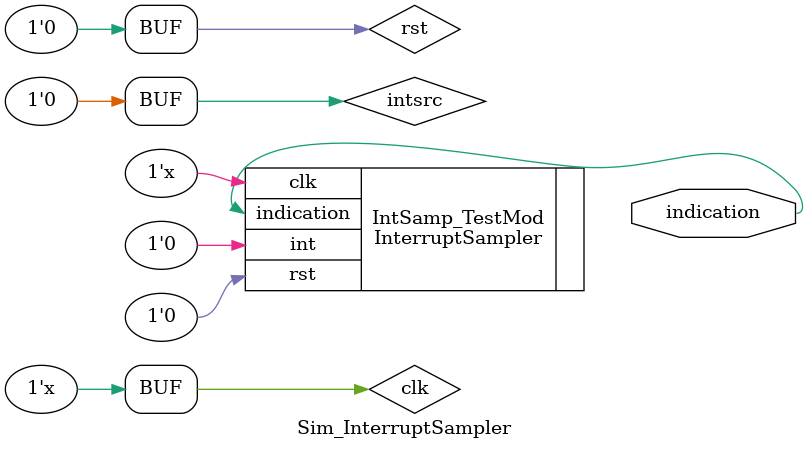
<source format=v>
`timescale 1ns / 1ps


module Sim_InterruptSampler (
    output  wire    indication
);

reg     clk, rst;
reg     intsrc;

always @ * #3 clk <= ~clk;

initial begin
    // initializations
    #0      clk = 0;
    #0      rst = 0;
    #0      intsrc = 0;
    #5      rst = 1;
    #6      rst = 0;
    // yield single shot interrupt signal
    #6      intsrc = 1;
    #6      intsrc = 0;
    // clear
    #12     rst = 1;
    #6      rst = 0;
    // yield overlapped interrupt signal
    #6      intsrc = 1;
    #6      intsrc = 0;
    #6      rst = 1;
    // yield while clearing
    #6      intsrc = 1;
    #6      intsrc = 0;
    #0      rst = 0;
    // yield signal twice
    #6      rst = 1;
    #6      rst = 0;
    #6      intsrc = 1;
    #6      intsrc = 0;
    #6      intsrc = 1;
    #6      intsrc = 0;
    #6      rst = 1;
    #6      rst = 0;
end

InterruptSampler IntSamp_TestMod (
    .clk(clk),
    .rst(rst),
    .int(intsrc),
    .indication(indication)
);

endmodule

</source>
